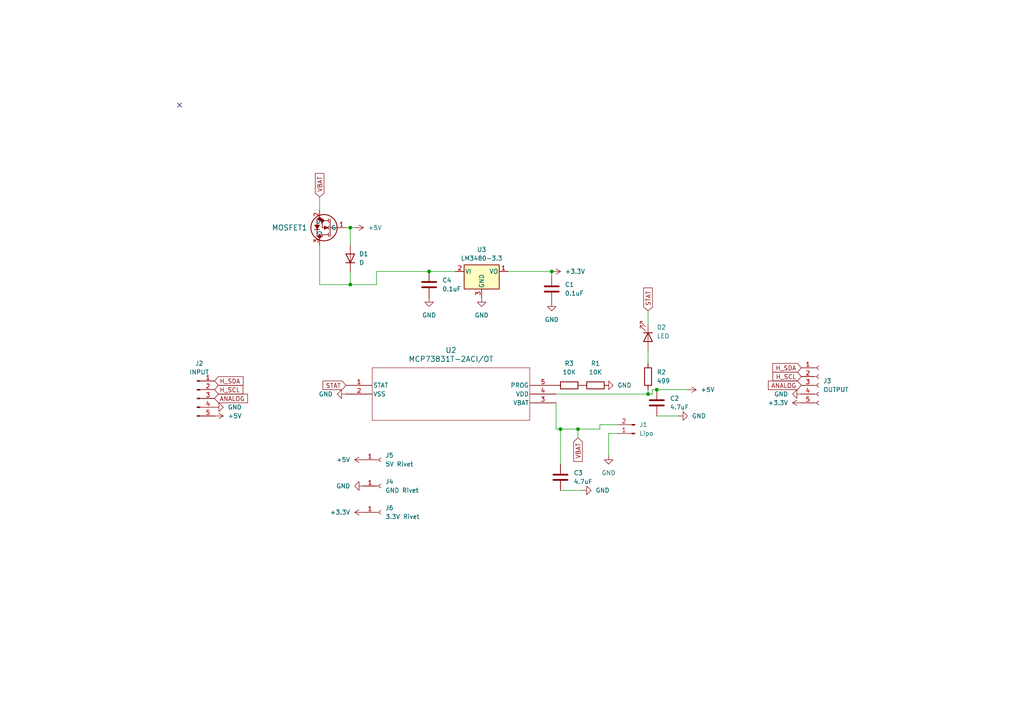
<source format=kicad_sch>
(kicad_sch (version 20231120) (generator "eeschema") (generator_version "8.0")
  (paper "A4")
  (lib_symbols
    (symbol "Connector:Conn_01x01_Socket" (pin_names (offset 1.016) hide)
      (property "Reference" "J" (at 0 2.54 0))
      (property "Value" "Conn_01x01_Socket" (at 0 -2.54 0))
      (symbol "Conn_01x01_Socket_1_1"
        (polyline (pts (xy -1.27 0) (xy -0.508 0)) (stroke (width 0.1524)))
        (arc (start 0 0.508) (mid -0.5058 0) (end 0 -0.508) (stroke (width 0.1524)))
        (pin passive line (at -5.08 0 0) (length 3.81) (name "Pin_1") (number "1"))
      )
    )
    (symbol "Connector:Conn_01x02_Pin" (pin_names (offset 1.016) hide)
      (property "Reference" "J" (at 0 2.54 0))
      (property "Value" "Conn_01x02_Pin" (at 0 -5.08 0))
      (symbol "Conn_01x02_Pin_1_1"
        (polyline (pts (xy 1.27 -2.54) (xy 0.8636 -2.54)) (stroke (width 0.1524)))
        (polyline (pts (xy 1.27 0) (xy 0.8636 0)) (stroke (width 0.1524)))
        (rectangle (start 0.8636 -2.413) (end 0 -2.667) (stroke (width 0.1524)) (fill (type outline)))
        (rectangle (start 0.8636 0.127) (end 0 -0.127) (stroke (width 0.1524)) (fill (type outline)))
        (pin passive line (at 5.08 0 180) (length 3.81) (name "Pin_1") (number "1"))
        (pin passive line (at 5.08 -2.54 180) (length 3.81) (name "Pin_2") (number "2"))
      )
    )
    (symbol "Connector:Conn_01x05_Pin" (pin_names (offset 1.016) hide)
      (property "Reference" "J" (at 0 7.62 0))
      (property "Value" "Conn_01x05_Pin" (at 0 -7.62 0))
      (symbol "Conn_01x05_Pin_1_1"
        (polyline (pts (xy 1.27 -5.08) (xy 0.8636 -5.08)) (stroke (width 0.1524)))
        (polyline (pts (xy 1.27 -2.54) (xy 0.8636 -2.54)) (stroke (width 0.1524)))
        (polyline (pts (xy 1.27 0) (xy 0.8636 0)) (stroke (width 0.1524)))
        (polyline (pts (xy 1.27 2.54) (xy 0.8636 2.54)) (stroke (width 0.1524)))
        (polyline (pts (xy 1.27 5.08) (xy 0.8636 5.08)) (stroke (width 0.1524)))
        (rectangle (start 0.8636 -4.953) (end 0 -5.207) (stroke (width 0.1524)) (fill (type outline)))
        (rectangle (start 0.8636 -2.413) (end 0 -2.667) (stroke (width 0.1524)) (fill (type outline)))
        (rectangle (start 0.8636 0.127) (end 0 -0.127) (stroke (width 0.1524)) (fill (type outline)))
        (rectangle (start 0.8636 2.667) (end 0 2.413) (stroke (width 0.1524)) (fill (type outline)))
        (rectangle (start 0.8636 5.207) (end 0 4.953) (stroke (width 0.1524)) (fill (type outline)))
        (pin passive line (at 5.08 5.08 180) (length 3.81) (name "Pin_1") (number "1"))
        (pin passive line (at 5.08 2.54 180) (length 3.81) (name "Pin_2") (number "2"))
        (pin passive line (at 5.08 0 180) (length 3.81) (name "Pin_3") (number "3"))
        (pin passive line (at 5.08 -2.54 180) (length 3.81) (name "Pin_4") (number "4"))
        (pin passive line (at 5.08 -5.08 180) (length 3.81) (name "Pin_5") (number "5"))
      )
    )
    (symbol "Connector:Conn_01x05_Socket" (pin_names (offset 1.016) hide)
      (property "Reference" "J" (at 0 7.62 0))
      (property "Value" "Conn_01x05_Socket" (at 0 -7.62 0))
      (symbol "Conn_01x05_Socket_1_1"
        (arc (start 0 -4.572) (mid -0.5058 -5.08) (end 0 -5.588) (stroke (width 0.1524)))
        (arc (start 0 -2.032) (mid -0.5058 -2.54) (end 0 -3.048) (stroke (width 0.1524)))
        (polyline (pts (xy -1.27 -5.08) (xy -0.508 -5.08)) (stroke (width 0.1524)))
        (polyline (pts (xy -1.27 -2.54) (xy -0.508 -2.54)) (stroke (width 0.1524)))
        (polyline (pts (xy -1.27 0) (xy -0.508 0)) (stroke (width 0.1524)))
        (polyline (pts (xy -1.27 2.54) (xy -0.508 2.54)) (stroke (width 0.1524)))
        (polyline (pts (xy -1.27 5.08) (xy -0.508 5.08)) (stroke (width 0.1524)))
        (arc (start 0 0.508) (mid -0.5058 0) (end 0 -0.508) (stroke (width 0.1524)))
        (arc (start 0 3.048) (mid -0.5058 2.54) (end 0 2.032) (stroke (width 0.1524)))
        (arc (start 0 5.588) (mid -0.5058 5.08) (end 0 4.572) (stroke (width 0.1524)))
        (pin passive line (at -5.08 5.08 0) (length 3.81) (name "Pin_1") (number "1"))
        (pin passive line (at -5.08 2.54 0) (length 3.81) (name "Pin_2") (number "2"))
        (pin passive line (at -5.08 0 0) (length 3.81) (name "Pin_3") (number "3"))
        (pin passive line (at -5.08 -2.54 0) (length 3.81) (name "Pin_4") (number "4"))
        (pin passive line (at -5.08 -5.08 0) (length 3.81) (name "Pin_5") (number "5"))
      )
    )
    (symbol "Device:C" (pin_numbers hide) (pin_names (offset 0.254))
      (property "Reference" "C" (at 0.635 2.54 0))
      (property "Value" "C" (at 0.635 -2.54 0))
      (symbol "C_0_1"
        (polyline (pts (xy -2.032 -0.762) (xy 2.032 -0.762)) (stroke (width 0.508)))
        (polyline (pts (xy -2.032 0.762) (xy 2.032 0.762)) (stroke (width 0.508)))
      )
      (symbol "C_1_1"
        (pin passive line (at 0 3.81 270) (length 2.794) (name "~") (number "1"))
        (pin passive line (at 0 -3.81 90) (length 2.794) (name "~") (number "2"))
      )
    )
    (symbol "Device:D" (pin_numbers hide) (pin_names (offset 1.016) hide)
      (property "Reference" "D" (at 0 2.54 0))
      (property "Value" "D" (at 0 -2.54 0))
      (symbol "D_0_1"
        (polyline (pts (xy -1.27 1.27) (xy -1.27 -1.27)) (stroke (width 0.254)))
        (polyline (pts (xy 1.27 0) (xy -1.27 0)))
        (polyline (pts (xy 1.27 1.27) (xy 1.27 -1.27) (xy -1.27 0) (xy 1.27 1.27)) (stroke (width 0.254)))
      )
      (symbol "D_1_1"
        (pin passive line (at -3.81 0 0) (length 2.54) (name "K") (number "1"))
        (pin passive line (at 3.81 0 180) (length 2.54) (name "A") (number "2"))
      )
    )
    (symbol "Device:LED" (pin_numbers hide) (pin_names (offset 1.016) hide)
      (property "Reference" "D" (at 0 2.54 0))
      (property "Value" "LED" (at 0 -2.54 0))
      (symbol "LED_0_1"
        (polyline (pts (xy -1.27 -1.27) (xy -1.27 1.27)) (stroke (width 0.254)))
        (polyline (pts (xy -1.27 0) (xy 1.27 0)))
        (polyline (pts (xy 1.27 -1.27) (xy 1.27 1.27) (xy -1.27 0) (xy 1.27 -1.27)) (stroke (width 0.254)))
        (polyline (pts (xy -3.048 -0.762) (xy -4.572 -2.286) (xy -3.81 -2.286) (xy -4.572 -2.286) (xy -4.572 -1.524)))
        (polyline (pts (xy -1.778 -0.762) (xy -3.302 -2.286) (xy -2.54 -2.286) (xy -3.302 -2.286) (xy -3.302 -1.524)))
      )
      (symbol "LED_1_1"
        (pin passive line (at -3.81 0 0) (length 2.54) (name "K") (number "1"))
        (pin passive line (at 3.81 0 180) (length 2.54) (name "A") (number "2"))
      )
    )
    (symbol "Device:R" (pin_numbers hide) (pin_names (offset 0))
      (property "Reference" "R" (at 2.032 0 90))
      (property "Value" "R" (at 0 0 90))
      (symbol "R_0_1"
        (rectangle (start -1.016 -2.54) (end 1.016 2.54) (stroke (width 0.254)))
      )
      (symbol "R_1_1"
        (pin passive line (at 0 3.81 270) (length 1.27) (name "~") (number "1"))
        (pin passive line (at 0 -3.81 90) (length 1.27) (name "~") (number "2"))
      )
    )
    (symbol "MCP73831T_2ACI_OT:MCP73831T-2ACI_OT" (pin_names (offset 0.254))
      (property "Reference" "U" (at 30.48 10.16 0))
      (property "Value" "MCP73831T-2ACI/OT" (at 30.48 7.62 0))
      (symbol "MCP73831T-2ACI_OT_0_1"
        (polyline (pts (xy 7.62 -10.16) (xy 53.34 -10.16)) (stroke (width 0.127)))
        (polyline (pts (xy 7.62 5.08) (xy 7.62 -10.16)) (stroke (width 0.127)))
        (polyline (pts (xy 53.34 -10.16) (xy 53.34 5.08)) (stroke (width 0.127)))
        (polyline (pts (xy 53.34 5.08) (xy 7.62 5.08)) (stroke (width 0.127)))
        (pin unspecified line (at 0 0 0) (length 7.62) (name "STAT") (number "1"))
        (pin unspecified line (at 0 -2.54 0) (length 7.62) (name "VSS") (number "2"))
        (pin unspecified line (at 60.96 -5.08 180) (length 7.62) (name "VBAT") (number "3"))
        (pin unspecified line (at 60.96 -2.54 180) (length 7.62) (name "VDD") (number "4"))
        (pin unspecified line (at 60.96 0 180) (length 7.62) (name "PROG") (number "5"))
      )
    )
    (symbol "Regulator_Linear:LM3480-3.3" (pin_names (offset 0.254))
      (property "Reference" "U" (at -3.81 3.175 0))
      (property "Value" "LM3480-3.3" (at 0 3.175 0))
      (symbol "LM3480-3.3_0_1"
        (rectangle (start -5.08 1.905) (end 5.08 -5.08) (stroke (width 0.254)) (fill (type background)))
      )
      (symbol "LM3480-3.3_1_1"
        (pin power_out line (at 7.62 0 180) (length 2.54) (name "VO") (number "1"))
        (pin power_in line (at -7.62 0 0) (length 2.54) (name "VI") (number "2"))
        (pin power_in line (at 0 -7.62 90) (length 2.54) (name "GND") (number "3"))
      )
    )
    (symbol "ZXM61P03FTA:ZXM61P03FTA" (pin_names (offset 0.254))
      (property "Reference" "MOSFET" (at 11.43 1.905 0))
      (property "Value" "ZXM61P03FTA" (at 11.43 -2.54 0))
      (symbol "ZXM61P03FTA_0_1"
        (polyline (pts (xy 2.54 0) (xy 4.445 0)) (stroke (width 0.2032)))
        (polyline (pts (xy 4.572 -2.54) (xy 4.572 2.54)) (stroke (width 0.2032)))
        (polyline (pts (xy 5.08 -2.54) (xy 5.08 -1.524)) (stroke (width 0.2032)))
        (polyline (pts (xy 5.08 -2.032) (xy 6.858 -2.032)) (stroke (width 0.2032)))
        (polyline (pts (xy 5.08 -0.508) (xy 5.08 0.508)) (stroke (width 0.2032)))
        (polyline (pts (xy 5.08 1.524) (xy 5.08 2.54)) (stroke (width 0.2032)))
        (polyline (pts (xy 5.08 2.032) (xy 6.858 2.032)) (stroke (width 0.2032)))
        (polyline (pts (xy 6.35 0) (xy 6.858 0)) (stroke (width 0.2032)))
        (polyline (pts (xy 6.858 -2.54) (xy 6.858 0)) (stroke (width 0.2032)))
        (polyline (pts (xy 6.858 -2.54) (xy 8.382 -2.54)) (stroke (width 0.2032)))
        (polyline (pts (xy 6.858 2.032) (xy 6.858 2.54)) (stroke (width 0.2032)))
        (polyline (pts (xy 6.858 2.54) (xy 8.382 2.54)) (stroke (width 0.2032)))
        (polyline (pts (xy 8.382 -2.54) (xy 8.382 -0.762)) (stroke (width 0.2032)))
        (polyline (pts (xy 8.382 0.508) (xy 8.382 2.54)) (stroke (width 0.2032)))
        (polyline (pts (xy 9.144 0.508) (xy 7.62 0.508)) (stroke (width 0.2032)))
        (polyline (pts (xy 6.35 0.508) (xy 5.08 0) (xy 6.35 -0.508)) (fill (type outline)))
        (polyline (pts (xy 9.144 -0.762) (xy 7.62 -0.762) (xy 8.382 0.508)) (fill (type outline)))
        (circle (center 6.35 0) (radius 3.81) (stroke (width 0.254)))
        (circle (center 6.858 -2.032) (radius 0.0254) (stroke (width 0.508)))
        (circle (center 7.62 -2.54) (radius 0.0254) (stroke (width 0.508)))
        (circle (center 7.62 2.54) (radius 0.0254) (stroke (width 0.508)))
        (pin unspecified line (at 0 0 0) (length 2.54) (name "G") (number "1"))
        (pin unspecified line (at 7.62 -5.08 90) (length 2.54) (name "S") (number "2"))
        (pin unspecified line (at 7.62 5.08 270) (length 2.54) (name "D") (number "3"))
      )
    )
    (symbol "power:+3.3V" (power) (pin_numbers hide) (pin_names (offset 0) hide)
      (property "Value" "+3.3V" (at 0 3.556 0))
      (symbol "+3.3V_0_1"
        (polyline (pts (xy -0.762 1.27) (xy 0 2.54)))
        (polyline (pts (xy 0 0) (xy 0 2.54)))
        (polyline (pts (xy 0 2.54) (xy 0.762 1.27)))
      )
      (symbol "+3.3V_1_1"
        (pin power_in line (at 0 0 90) (length 0) (name "~") (number "1"))
      )
    )
    (symbol "power:+5V" (power) (pin_numbers hide) (pin_names (offset 0) hide)
      (property "Value" "+5V" (at 0 3.556 0))
      (symbol "+5V_0_1"
        (polyline (pts (xy -0.762 1.27) (xy 0 2.54)))
        (polyline (pts (xy 0 0) (xy 0 2.54)))
        (polyline (pts (xy 0 2.54) (xy 0.762 1.27)))
      )
      (symbol "+5V_1_1"
        (pin power_in line (at 0 0 90) (length 0) (name "~") (number "1"))
      )
    )
    (symbol "power:GND" (power) (pin_numbers hide) (pin_names (offset 0) hide)
      (property "Value" "GND" (at 0 -3.81 0))
      (symbol "GND_0_1"
        (polyline (pts (xy 0 0) (xy 0 -1.27) (xy 1.27 -1.27) (xy 0 -2.54) (xy -1.27 -1.27) (xy 0 -1.27)))
      )
      (symbol "GND_1_1"
        (pin power_in line (at 0 0 270) (length 0) (name "~") (number "1"))
      )
    )
  )
  (junction (at 190.5 113.03))
  (junction (at 101.6 66.04))
  (junction (at 124.46 78.74))
  (junction (at 160.02 78.74))
  (junction (at 162.56 124.46))
  (junction (at 101.6 82.55))
  (junction (at 187.96 114.3))
  (junction (at 167.64 124.46))
  (no_connect (at 52.07 30.48))
  (wire (pts (xy 162.56 134.62) (xy 162.56 124.46)))
  (wire (pts (xy 176.53 132.08) (xy 176.53 125.73)))
  (wire (pts (xy 101.6 66.04) (xy 101.6 71.12)))
  (wire (pts (xy 190.5 113.03) (xy 199.39 113.03)))
  (wire (pts (xy 176.53 125.73) (xy 179.07 125.73)))
  (wire (pts (xy 162.56 142.24) (xy 168.91 142.24)))
  (wire (pts (xy 109.22 78.74) (xy 109.22 82.55)))
  (wire (pts (xy 187.96 114.3) (xy 189.23 114.3)))
  (wire (pts (xy 187.96 90.17) (xy 187.96 93.98)))
  (wire (pts (xy 173.99 123.19) (xy 173.99 124.46)))
  (wire (pts (xy 187.96 113.03) (xy 187.96 114.3)))
  (wire (pts (xy 100.33 66.04) (xy 101.6 66.04)))
  (wire (pts (xy 161.29 124.46) (xy 162.56 124.46)))
  (wire (pts (xy 101.6 78.74) (xy 101.6 82.55)))
  (wire (pts (xy 190.5 120.65) (xy 196.85 120.65)))
  (wire (pts (xy 173.99 124.46) (xy 167.64 124.46)))
  (wire (pts (xy 187.96 101.6) (xy 187.96 105.41)))
  (wire (pts (xy 124.46 78.74) (xy 132.08 78.74)))
  (wire (pts (xy 162.56 124.46) (xy 167.64 124.46)))
  (wire (pts (xy 189.23 114.3) (xy 189.23 113.03)))
  (wire (pts (xy 160.02 78.74) (xy 160.02 80.01)))
  (wire (pts (xy 147.32 78.74) (xy 160.02 78.74)))
  (wire (pts (xy 167.64 124.46) (xy 167.64 127)))
  (wire (pts (xy 176.53 111.76) (xy 175.26 111.76)))
  (wire (pts (xy 92.71 71.12) (xy 92.71 82.55)))
  (wire (pts (xy 124.46 78.74) (xy 109.22 78.74)))
  (wire (pts (xy 189.23 113.03) (xy 190.5 113.03)))
  (wire (pts (xy 92.71 57.15) (xy 92.71 60.96)))
  (wire (pts (xy 92.71 82.55) (xy 101.6 82.55)))
  (wire (pts (xy 179.07 123.19) (xy 173.99 123.19)))
  (wire (pts (xy 161.29 116.84) (xy 161.29 124.46)))
  (wire (pts (xy 101.6 66.04) (xy 102.87 66.04)))
  (wire (pts (xy 161.29 114.3) (xy 187.96 114.3)))
  (wire (pts (xy 109.22 82.55) (xy 101.6 82.55)))
  (global_label "STAT" (shape input) (at 100.33 111.76 180) (property "Intersheetrefs" "${INTERSHEET_REFS}" (effects (hide yes))))
  (global_label "ANALOG" (shape input) (at 62.23 115.57 0) (property "Intersheetrefs" "${INTERSHEET_REFS}" (effects (hide yes))))
  (global_label "VBAT" (shape input) (at 92.71 57.15 90) (property "Intersheetrefs" "${INTERSHEET_REFS}" (effects (hide yes))))
  (global_label "ANALOG" (shape input) (at 232.41 111.76 180) (property "Intersheetrefs" "${INTERSHEET_REFS}" (effects (hide yes))))
  (global_label "STAT" (shape input) (at 187.96 90.17 90) (property "Intersheetrefs" "${INTERSHEET_REFS}" (effects (hide yes))))
  (global_label "VBAT" (shape input) (at 167.64 127 270) (property "Intersheetrefs" "${INTERSHEET_REFS}" (effects (hide yes))))
  (global_label "H_SCL" (shape input) (at 62.23 113.03 0) (property "Intersheetrefs" "${INTERSHEET_REFS}" (effects (hide yes))))
  (global_label "H_SCL" (shape input) (at 232.41 109.22 180) (property "Intersheetrefs" "${INTERSHEET_REFS}" (effects (hide yes))))
  (global_label "H_SDA" (shape input) (at 232.41 106.68 180) (property "Intersheetrefs" "${INTERSHEET_REFS}" (effects (hide yes))))
  (global_label "H_SDA" (shape input) (at 62.23 110.49 0) (property "Intersheetrefs" "${INTERSHEET_REFS}" (effects (hide yes))))
  (symbol (lib_id "power:GND") (at 196.85 120.65 90) (unit 1)
    (property "Reference" "#PWR010" (effects (hide yes)))
    (property "Value" "GND" (at 200.66 120.6499 90) (effects (justify right)))
    (property "Description" "Power symbol creates a global label with name \"GND\" , ground" (effects (hide yes)))
  )
  (symbol (lib_id "power:+5V") (at 199.39 113.03 270) (unit 1)
    (property "Reference" "#PWR06" (effects (hide yes)))
    (property "Value" "+5V" (at 203.2 113.0299 90) (effects (justify left)))
    (property "Description" "Power symbol creates a global label with name \"+5V\"" (effects (hide yes)))
  )
  (symbol (lib_id "power:+5V") (at 102.87 66.04 270) (unit 1)
    (property "Reference" "#PWR05" (effects (hide yes)))
    (property "Value" "+5V" (at 106.68 66.0399 90) (effects (justify left)))
    (property "Description" "Power symbol creates a global label with name \"+5V\"" (effects (hide yes)))
  )
  (symbol (lib_id "Device:C") (at 124.46 82.55 0) (unit 1)
    (property "Reference" "C4" (at 128.27 81.2799 0) (effects (justify left)))
    (property "Value" "0.1uF" (at 128.27 83.8199 0) (effects (justify left)))
    (property "Footprint" "Capacitor_SMD:C_1206_3216Metric_Pad1.33x1.80mm_HandSolder" (effects (hide yes)))
    (property "Description" "Unpolarized capacitor" (effects (hide yes)))
  )
  (symbol (lib_id "Connector:Conn_01x01_Socket") (at 110.49 133.35 0) (unit 1)
    (property "Reference" "J5" (at 111.76 132.0799 0) (effects (justify left)))
    (property "Value" "5V Rivet" (at 111.76 134.6199 0) (effects (justify left)))
    (property "Footprint" "Connector_PinSocket_2.54mm:PinSocket_1x01_P2.54mm_Vertical" (effects (hide yes)))
    (property "Description" "Generic connector, single row, 01x01, script generated" (effects (hide yes)))
  )
  (symbol (lib_id "power:+5V") (at 62.23 120.65 270) (unit 1)
    (property "Reference" "#PWR02" (effects (hide yes)))
    (property "Value" "+5V" (at 66.04 120.6499 90) (effects (justify left)))
    (property "Description" "Power symbol creates a global label with name \"+5V\"" (effects (hide yes)))
  )
  (symbol (lib_id "power:GND") (at 139.7 86.36 0) (unit 1)
    (property "Reference" "#PWR08" (effects (hide yes)))
    (property "Value" "GND" (at 139.7 91.44 0))
    (property "Description" "Power symbol creates a global label with name \"GND\" , ground" (effects (hide yes)))
  )
  (symbol (lib_id "Connector:Conn_01x02_Pin") (at 184.15 125.73 180) (unit 1)
    (property "Reference" "J1" (at 185.42 123.1899 0) (effects (justify right)))
    (property "Value" "Lipo" (at 185.42 125.7299 0) (effects (justify right)))
    (property "Footprint" "Connector_PinSocket_2.54mm:PinSocket_1x02_P2.54mm_Vertical" (effects (hide yes)))
    (property "Description" "Generic connector, single row, 01x02, script generated" (effects (hide yes)))
  )
  (symbol (lib_id "Connector:Conn_01x01_Socket") (at 110.49 140.97 0) (unit 1)
    (property "Reference" "J4" (at 111.76 139.6999 0) (effects (justify left)))
    (property "Value" "GND Rivet" (at 111.76 142.2399 0) (effects (justify left)))
    (property "Footprint" "Connector_PinSocket_2.54mm:PinSocket_1x01_P2.54mm_Vertical" (effects (hide yes)))
    (property "Description" "Generic connector, single row, 01x01, script generated" (effects (hide yes)))
  )
  (symbol (lib_id "Device:R") (at 165.1 111.76 90) (unit 1)
    (property "Reference" "R3" (at 165.1 105.41 90))
    (property "Value" "10K" (at 165.1 107.95 90))
    (property "Footprint" "Resistor_SMD:R_1206_3216Metric_Pad1.30x1.75mm_HandSolder" (effects (hide yes)))
    (property "Description" "Resistor" (effects (hide yes)))
  )
  (symbol (lib_id "power:GND") (at 168.91 142.24 90) (unit 1)
    (property "Reference" "#PWR013" (effects (hide yes)))
    (property "Value" "GND" (at 172.72 142.2399 90) (effects (justify right)))
    (property "Description" "Power symbol creates a global label with name \"GND\" , ground" (effects (hide yes)))
  )
  (symbol (lib_id "power:+3.3V") (at 232.41 116.84 90) (unit 1)
    (property "Reference" "#PWR012" (effects (hide yes)))
    (property "Value" "+3.3V" (at 228.6 116.8399 90) (effects (justify left)))
    (property "Description" "Power symbol creates a global label with name \"+3.3V\"" (effects (hide yes)))
  )
  (symbol (lib_id "power:GND") (at 100.33 114.3 270) (unit 1)
    (property "Reference" "#PWR011" (effects (hide yes)))
    (property "Value" "GND" (at 96.52 114.2999 90) (effects (justify right)))
    (property "Description" "Power symbol creates a global label with name \"GND\" , ground" (effects (hide yes)))
  )
  (symbol (lib_id "power:GND") (at 160.02 87.63 0) (unit 1)
    (property "Reference" "#PWR014" (effects (hide yes)))
    (property "Value" "GND" (at 160.02 92.71 0))
    (property "Description" "Power symbol creates a global label with name \"GND\" , ground" (effects (hide yes)))
  )
  (symbol (lib_id "Device:D") (at 101.6 74.93 90) (unit 1)
    (property "Reference" "D1" (at 104.14 73.6599 90) (effects (justify right)))
    (property "Value" "D" (at 104.14 76.1999 90) (effects (justify right)))
    (property "Footprint" "Diode_SMD:D_1206_3216Metric_Pad1.42x1.75mm_HandSolder" (effects (hide yes)))
    (property "Description" "Diode" (effects (hide yes)))
    (property "Sim.Device" "D" (effects (hide yes)))
    (property "Sim.Pins" "1=K 2=A" (effects (hide yes)))
  )
  (symbol (lib_id "Regulator_Linear:LM3480-3.3") (at 139.7 78.74 0) (unit 1)
    (property "Reference" "U3" (at 139.7 72.39 0))
    (property "Value" "LM3480-3.3" (at 139.7 74.93 0))
    (property "Footprint" "Package_TO_SOT_SMD:SOT-23" (effects (hide yes)))
    (property "Datasheet" "http://www.ti.com/lit/ds/symlink/lm3480.pdf" (effects (hide yes)))
    (property "Description" "100mA, Quasi Low Dropout Voltage Regulator, 3.3V positive fixed output, SOT-23 package" (effects (hide yes)))
  )
  (symbol (lib_id "power:GND") (at 232.41 114.3 270) (unit 1)
    (property "Reference" "#PWR03" (effects (hide yes)))
    (property "Value" "GND" (at 228.6 114.2999 90) (effects (justify right)))
    (property "Description" "Power symbol creates a global label with name \"GND\" , ground" (effects (hide yes)))
  )
  (symbol (lib_id "Device:C") (at 190.5 116.84 0) (unit 1)
    (property "Reference" "C2" (at 194.31 115.5699 0) (effects (justify left)))
    (property "Value" "4.7uF" (at 194.31 118.1099 0) (effects (justify left)))
    (property "Footprint" "Capacitor_THT:C_Disc_D5.0mm_W2.5mm_P2.50mm" (effects (hide yes)))
    (property "Description" "Unpolarized capacitor" (effects (hide yes)))
  )
  (symbol (lib_id "power:+3.3V") (at 160.02 78.74 270) (unit 1)
    (property "Reference" "#PWR07" (effects (hide yes)))
    (property "Value" "+3.3V" (at 163.83 78.7399 90) (effects (justify left)))
    (property "Description" "Power symbol creates a global label with name \"+3.3V\"" (effects (hide yes)))
  )
  (symbol (lib_id "MCP73831T_2ACI_OT:MCP73831T-2ACI_OT") (at 100.33 111.76 0) (unit 1)
    (property "Reference" "U2" (at 130.81 101.6 0) (effects (font (size 1.524 1.524))))
    (property "Value" "MCP73831T-2ACI/OT" (at 130.81 104.14 0) (effects (font (size 1.524 1.524))))
    (property "Footprint" "MCP73831T_2ACI_OT:SOT-23-5_MC_MCH" (effects (hide yes)))
    (property "Datasheet" "MCP73831T-2ACI/OT" (effects (hide yes)))
  )
  (symbol (lib_id "power:GND") (at 175.26 111.76 90) (unit 1)
    (property "Reference" "#PWR09" (effects (hide yes)))
    (property "Value" "GND" (at 179.07 111.7599 90) (effects (justify right)))
    (property "Description" "Power symbol creates a global label with name \"GND\" , ground" (effects (hide yes)))
  )
  (symbol (lib_id "power:GND") (at 124.46 86.36 0) (unit 1)
    (property "Reference" "#PWR015" (effects (hide yes)))
    (property "Value" "GND" (at 124.46 91.44 0))
    (property "Description" "Power symbol creates a global label with name \"GND\" , ground" (effects (hide yes)))
  )
  (symbol (lib_id "power:+3.3V") (at 105.41 148.59 90) (unit 1)
    (property "Reference" "#PWR018" (effects (hide yes)))
    (property "Value" "+3.3V" (at 101.6 148.5899 90) (effects (justify left)))
    (property "Description" "Power symbol creates a global label with name \"+3.3V\"" (effects (hide yes)))
  )
  (symbol (lib_id "power:+5V") (at 105.41 133.35 90) (unit 1)
    (property "Reference" "#PWR016" (effects (hide yes)))
    (property "Value" "+5V" (at 101.6 133.3499 90) (effects (justify left)))
    (property "Description" "Power symbol creates a global label with name \"+5V\"" (effects (hide yes)))
  )
  (symbol (lib_id "Connector:Conn_01x05_Pin") (at 57.15 115.57 0) (unit 1)
    (property "Reference" "J2" (at 57.785 105.41 0))
    (property "Value" "INPUT" (at 57.785 107.95 0))
    (property "Footprint" "Connector_SMD:1x05_2.54mm_P" (effects (hide yes)))
    (property "Description" "Generic connector, single row, 01x05, script generated" (effects (hide yes)))
  )
  (symbol (lib_id "Device:R") (at 187.96 109.22 0) (unit 1)
    (property "Reference" "R2" (at 190.5 107.9499 0) (effects (justify left)))
    (property "Value" "499" (at 190.5 110.4899 0) (effects (justify left)))
    (property "Footprint" "Resistor_SMD:R_1206_3216Metric_Pad1.30x1.75mm_HandSolder" (effects (hide yes)))
    (property "Description" "Resistor" (effects (hide yes)))
  )
  (symbol (lib_id "Connector:Conn_01x01_Socket") (at 110.49 148.59 0) (unit 1)
    (property "Reference" "J6" (at 111.76 147.3199 0) (effects (justify left)))
    (property "Value" "3.3V Rivet" (at 111.76 149.8599 0) (effects (justify left)))
    (property "Footprint" "Connector_PinSocket_2.54mm:PinSocket_1x01_P2.54mm_Vertical" (effects (hide yes)))
    (property "Description" "Generic connector, single row, 01x01, script generated" (effects (hide yes)))
  )
  (symbol (lib_id "Device:C") (at 160.02 83.82 0) (unit 1)
    (property "Reference" "C1" (at 163.83 82.5499 0) (effects (justify left)))
    (property "Value" "0.1uF" (at 163.83 85.0899 0) (effects (justify left)))
    (property "Footprint" "Capacitor_SMD:C_1206_3216Metric_Pad1.33x1.80mm_HandSolder" (effects (hide yes)))
    (property "Description" "Unpolarized capacitor" (effects (hide yes)))
  )
  (symbol (lib_id "power:GND") (at 105.41 140.97 270) (unit 1)
    (property "Reference" "#PWR017" (effects (hide yes)))
    (property "Value" "GND" (at 101.6 140.9699 90) (effects (justify right)))
    (property "Description" "Power symbol creates a global label with name \"GND\" , ground" (effects (hide yes)))
  )
  (symbol (lib_id "Device:LED") (at 187.96 97.79 270) (unit 1)
    (property "Reference" "D2" (at 190.5 94.9324 90) (effects (justify left)))
    (property "Value" "LED" (at 190.5 97.4724 90) (effects (justify left)))
    (property "Footprint" "LED_SMD:LED_1206_3216Metric_Pad1.42x1.75mm_HandSolder" (effects (hide yes)))
    (property "Description" "Light emitting diode" (effects (hide yes)))
  )
  (symbol (lib_id "Device:R") (at 172.72 111.76 90) (unit 1)
    (property "Reference" "R1" (at 172.72 105.41 90))
    (property "Value" "10K" (at 172.72 107.95 90))
    (property "Footprint" "Resistor_SMD:R_1206_3216Metric_Pad1.30x1.75mm_HandSolder" (effects (hide yes)))
    (property "Description" "Resistor" (effects (hide yes)))
  )
  (symbol (lib_id "ZXM61P03FTA:ZXM61P03FTA") (at 100.33 66.04 180) (unit 1)
    (property "Reference" "MOSFET1" (at 89.154 66.04 0) (effects (font (size 1.524 1.524)) (justify left)))
    (property "Value" "ZXM61P03FTA" (effects (hide yes)))
    (property "Footprint" "ZXM61P03FTA:SOT23_ZETEX_DIO" (effects (hide yes)))
    (property "Datasheet" "ZXM61P03FTA" (effects (hide yes)))
  )
  (symbol (lib_id "Device:C") (at 162.56 138.43 0) (unit 1)
    (property "Reference" "C3" (at 166.37 137.1599 0) (effects (justify left)))
    (property "Value" "4.7uF" (at 166.37 139.6999 0) (effects (justify left)))
    (property "Footprint" "Capacitor_THT:C_Disc_D5.0mm_W2.5mm_P2.50mm" (effects (hide yes)))
    (property "Description" "Unpolarized capacitor" (effects (hide yes)))
  )
  (symbol (lib_id "Connector:Conn_01x05_Socket") (at 237.49 111.76 0) (unit 1)
    (property "Reference" "J3" (at 238.76 110.4899 0) (effects (justify left)))
    (property "Value" "OUTPUT" (at 238.76 113.0299 0) (effects (justify left)))
    (property "Footprint" "Connector_PinSocket_2.54mm:PinSocket_1x05_P2.54mm_Vertical" (effects (hide yes)))
    (property "Description" "Generic connector, single row, 01x05, script generated" (effects (hide yes)))
  )
  (symbol (lib_id "power:GND") (at 62.23 118.11 90) (unit 1)
    (property "Reference" "#PWR04" (effects (hide yes)))
    (property "Value" "GND" (at 66.04 118.1099 90) (effects (justify right)))
    (property "Description" "Power symbol creates a global label with name \"GND\" , ground" (effects (hide yes)))
  )
  (symbol (lib_id "power:GND") (at 176.53 132.08 0) (unit 1)
    (property "Reference" "#PWR01" (effects (hide yes)))
    (property "Value" "GND" (at 176.53 137.16 0))
    (property "Description" "Power symbol creates a global label with name \"GND\" , ground" (effects (hide yes)))
  )
)
</source>
